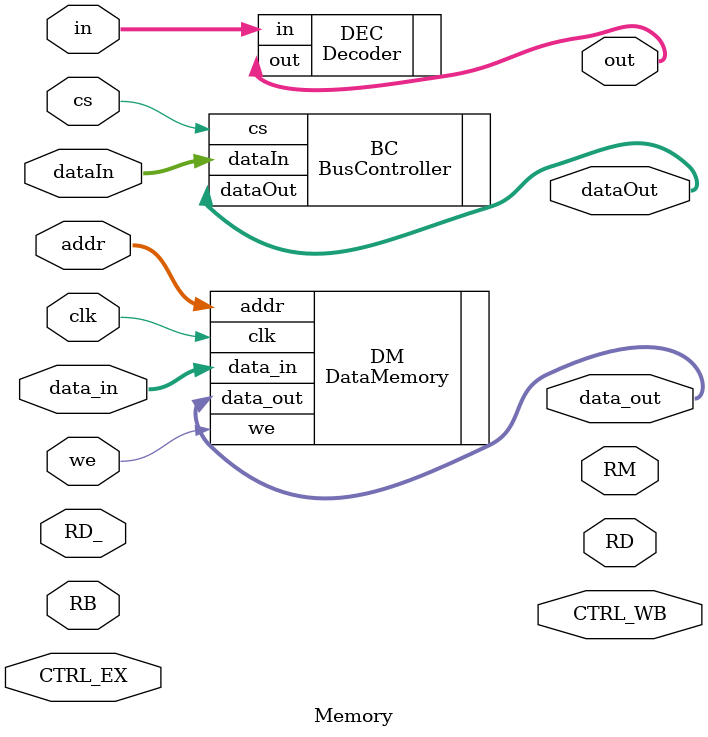
<source format=v>
module Memory(
	input RB,RD_, CTRL_EX,
	input clk, we,
	input [31:0] addr,
	input [31:0] data_in,
	output reg [31:0] data_out,
	input [15:0] in,
	output reg [9:0] out,
	input cs,
	input[31:0] dataIn,
	output[31:0] dataOut,
	output CTRL_WB,RM, RD

);

//addr memory
DataMemory DM(
	.clk(clk), 			  // clock da memoria
	.addr(addr), 		  // input de endereço
	.data_in(data_in),  // input de dados
	.we(we), 			  // write enable
	.data_out(data_out) // output de dados
);


// addr decoding

Decoder DEC(
	.in(in), //input [15:0]
	.out(out) //output reg[9:0]
);

//bus controller
BusController BC(
	.cs(cs),
	.dataIn(dataIn), // input[31:0]
	.dataOut(dataOut) // output[31:0]
);

endmodule

</source>
